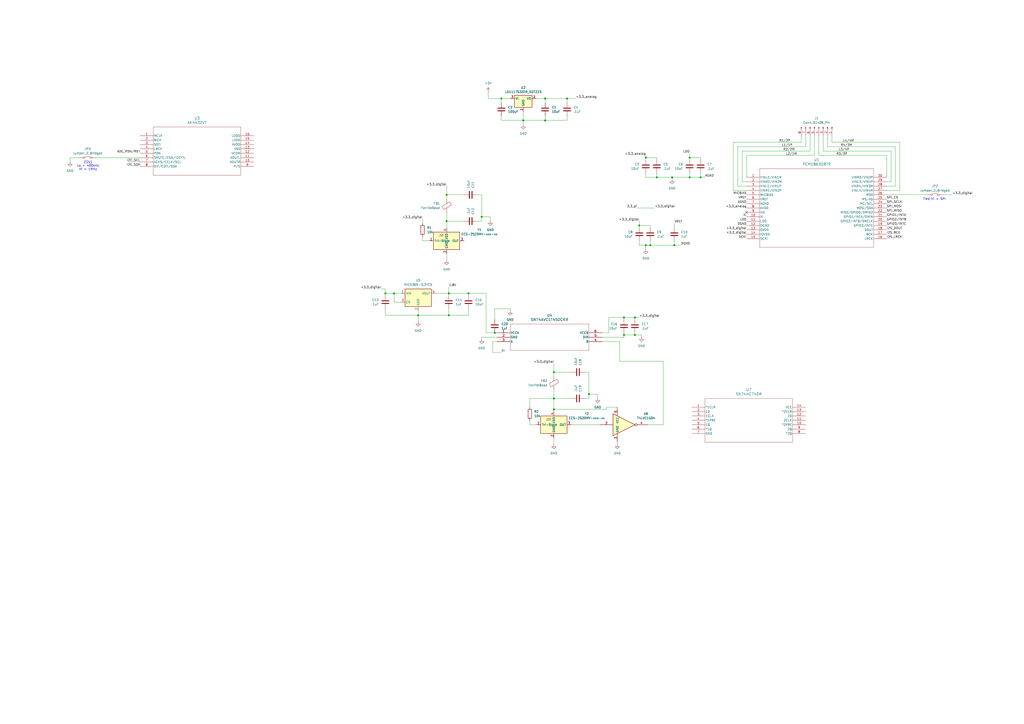
<source format=kicad_sch>
(kicad_sch (version 20250114) (generator "eeschema") (generator_version "9.0")
  (paper "A2")
  (lib_symbols
    (symbol "74xGxx:74LVC1G04"
      (property "Reference" "U" (at 0 7.62 0))
      (property "Value" "74LVC1G04" (at 5.08 -7.62 0))
      (symbol "74LVC1G04_0_1"
        (polyline (pts (xy -7.62 6.35) (xy -7.62 -6.35) (xy 5.08 0) (xy -7.62 6.35)) (stroke (width 0.254)) (fill (type background)))
      )
      (symbol "74LVC1G04_1_1"
        (pin input line (at -15.24 0 0) (length 7.62) (name "~") (number "2"))
        (pin power_in line (at -5.08 10.16 270) (length 5.08) (name "VCC") (number "5"))
        (pin power_in line (at -5.08 -10.16 90) (length 5.08) (name "GND") (number "3"))
        (pin output inverted (at 12.7 0 180) (length 7.62) (name "~") (number "4"))
      )
    )
    (symbol "AK4432:AK4432VT" (pin_names (offset 0.254))
      (property "Reference" "U" (at 33.02 10.16 0))
      (property "Value" "AK4432VT" (at 33.02 7.62 0))
      (symbol "AK4432VT_0_1"
        (polyline (pts (xy 7.62 5.08) (xy 7.62 -22.86)) (stroke (width 0.127)))
        (polyline (pts (xy 7.62 -22.86) (xy 58.42 -22.86)) (stroke (width 0.127)))
        (polyline (pts (xy 58.42 5.08) (xy 7.62 5.08)) (stroke (width 0.127)))
        (polyline (pts (xy 58.42 -22.86) (xy 58.42 5.08)) (stroke (width 0.127)))
        (pin input line (at 0 0 0) (length 7.62) (name "MCLK") (number "1"))
        (pin input line (at 0 -2.54 0) (length 7.62) (name "BICK") (number "2"))
        (pin input line (at 0 -5.08 0) (length 7.62) (name "SDTI") (number "3"))
        (pin input line (at 0 -7.62 0) (length 7.62) (name "LRCK") (number "4"))
        (pin input line (at 0 -10.16 0) (length 7.62) (name "PDN") (number "5"))
        (pin input line (at 0 -12.7 0) (length 7.62) (name "SMUTE/CSN/I2CFIL") (number "6"))
        (pin input line (at 0 -15.24 0) (length 7.62) (name "ACKS/CCLK/SCL") (number "7"))
        (pin bidirectional line (at 0 -17.78 0) (length 7.62) (name "DIF/CDTI/SDA") (number "8"))
        (pin output line (at 66.04 0 180) (length 7.62) (name "LDOO") (number "16"))
        (pin power_in line (at 66.04 -2.54 180) (length 7.62) (name "LVDD") (number "15"))
        (pin power_in line (at 66.04 -5.08 180) (length 7.62) (name "AVDD") (number "14"))
        (pin power_out line (at 66.04 -7.62 180) (length 7.62) (name "VSS") (number "13"))
        (pin output line (at 66.04 -10.16 180) (length 7.62) (name "VCOM") (number "12"))
        (pin unspecified line (at 66.04 -12.7 180) (length 7.62) (name "AOUTL") (number "11"))
        (pin unspecified line (at 66.04 -15.24 180) (length 7.62) (name "AOUTR") (number "10"))
        (pin input line (at 66.04 -17.78 180) (length 7.62) (name "P/S") (number "9"))
      )
    )
    (symbol "Connector:Conn_01x08_Pin" (pin_names (offset 1.016) (hide yes))
      (property "Reference" "J" (at 0 10.16 0))
      (property "Value" "Conn_01x08_Pin" (at 0 -12.7 0))
      (symbol "Conn_01x08_Pin_1_1"
        (rectangle (start 0.8636 7.747) (end 0 7.493) (stroke (width 0.1524)) (fill (type outline)))
        (rectangle (start 0.8636 5.207) (end 0 4.953) (stroke (width 0.1524)) (fill (type outline)))
        (rectangle (start 0.8636 2.667) (end 0 2.413) (stroke (width 0.1524)) (fill (type outline)))
        (rectangle (start 0.8636 0.127) (end 0 -0.127) (stroke (width 0.1524)) (fill (type outline)))
        (rectangle (start 0.8636 -2.413) (end 0 -2.667) (stroke (width 0.1524)) (fill (type outline)))
        (rectangle (start 0.8636 -4.953) (end 0 -5.207) (stroke (width 0.1524)) (fill (type outline)))
        (rectangle (start 0.8636 -7.493) (end 0 -7.747) (stroke (width 0.1524)) (fill (type outline)))
        (rectangle (start 0.8636 -10.033) (end 0 -10.287) (stroke (width 0.1524)) (fill (type outline)))
        (polyline (pts (xy 1.27 7.62) (xy 0.8636 7.62)) (stroke (width 0.1524)))
        (polyline (pts (xy 1.27 5.08) (xy 0.8636 5.08)) (stroke (width 0.1524)))
        (polyline (pts (xy 1.27 2.54) (xy 0.8636 2.54)) (stroke (width 0.1524)))
        (polyline (pts (xy 1.27 0) (xy 0.8636 0)) (stroke (width 0.1524)))
        (polyline (pts (xy 1.27 -2.54) (xy 0.8636 -2.54)) (stroke (width 0.1524)))
        (polyline (pts (xy 1.27 -5.08) (xy 0.8636 -5.08)) (stroke (width 0.1524)))
        (polyline (pts (xy 1.27 -7.62) (xy 0.8636 -7.62)) (stroke (width 0.1524)))
        (polyline (pts (xy 1.27 -10.16) (xy 0.8636 -10.16)) (stroke (width 0.1524)))
        (pin passive line (at 5.08 7.62 180) (length 3.81) (name "Pin_1") (number "1"))
        (pin passive line (at 5.08 5.08 180) (length 3.81) (name "Pin_2") (number "2"))
        (pin passive line (at 5.08 2.54 180) (length 3.81) (name "Pin_3") (number "3"))
        (pin passive line (at 5.08 0 180) (length 3.81) (name "Pin_4") (number "4"))
        (pin passive line (at 5.08 -2.54 180) (length 3.81) (name "Pin_5") (number "5"))
        (pin passive line (at 5.08 -5.08 180) (length 3.81) (name "Pin_6") (number "6"))
        (pin passive line (at 5.08 -7.62 180) (length 3.81) (name "Pin_7") (number "7"))
        (pin passive line (at 5.08 -10.16 180) (length 3.81) (name "Pin_8") (number "8"))
      )
    )
    (symbol "Device:C" (pin_numbers (hide yes)) (pin_names (offset 0.254))
      (property "Reference" "C" (at 0.635 2.54 0))
      (property "Value" "C" (at 0.635 -2.54 0))
      (symbol "C_0_1"
        (polyline (pts (xy -2.032 0.762) (xy 2.032 0.762)) (stroke (width 0.508)))
        (polyline (pts (xy -2.032 -0.762) (xy 2.032 -0.762)) (stroke (width 0.508)))
      )
      (symbol "C_1_1"
        (pin passive line (at 0 3.81 270) (length 2.794) (name "~") (number "1"))
        (pin passive line (at 0 -3.81 90) (length 2.794) (name "~") (number "2"))
      )
    )
    (symbol "Device:FerriteBead" (pin_numbers (hide yes)) (pin_names (offset 0))
      (property "Reference" "FB" (at -3.81 0.635 90))
      (property "Value" "FerriteBead" (at 3.81 0 90))
      (symbol "FerriteBead_0_1"
        (polyline (pts (xy -2.7686 0.4064) (xy -1.7018 2.2606) (xy 2.7686 -0.3048) (xy 1.6764 -2.159) (xy -2.7686 0.4064)))
        (polyline (pts (xy 0 1.27) (xy 0 1.2954)))
        (polyline (pts (xy 0 -1.27) (xy 0 -1.2192)))
      )
      (symbol "FerriteBead_1_1"
        (pin passive line (at 0 3.81 270) (length 2.54) (name "~") (number "1"))
        (pin passive line (at 0 -3.81 90) (length 2.54) (name "~") (number "2"))
      )
    )
    (symbol "Device:R" (pin_numbers (hide yes)) (pin_names (offset 0))
      (property "Reference" "R" (at 2.032 0 90))
      (property "Value" "R" (at 0 0 90))
      (symbol "R_0_1"
        (rectangle (start -1.016 -2.54) (end 1.016 2.54) (stroke (width 0.254)))
      )
      (symbol "R_1_1"
        (pin passive line (at 0 3.81 270) (length 1.27) (name "~") (number "1"))
        (pin passive line (at 0 -3.81 90) (length 1.27) (name "~") (number "2"))
      )
    )
    (symbol "Jumper:Jumper_2_Bridged" (pin_numbers (hide yes)) (pin_names (offset 0) (hide yes)) (exclude_from_sim yes)
      (property "Reference" "JP" (at 0 1.905 0))
      (property "Value" "Jumper_2_Bridged" (at 0 -2.54 0))
      (symbol "Jumper_2_Bridged_0_0"
        (circle (center -2.032 0) (radius 0.508))
        (circle (center 2.032 0) (radius 0.508))
      )
      (symbol "Jumper_2_Bridged_0_1"
        (arc (start -1.524 0.254) (mid 0 0.762) (end 1.524 0.254))
      )
      (symbol "Jumper_2_Bridged_1_1"
        (pin passive line (at -5.08 0 0) (length 2.54) (name "A") (number "1"))
        (pin passive line (at 5.08 0 180) (length 2.54) (name "B") (number "2"))
      )
    )
    (symbol "Oscillator:ECS-2520MV-xxx-xx"
      (property "Reference" "Y" (at -5.08 6.35 0))
      (property "Value" "ECS-2520MV-xxx-xx" (at 1.27 -6.35 0))
      (symbol "ECS-2520MV-xxx-xx_0_1"
        (rectangle (start -7.62 5.08) (end 7.62 -5.08) (stroke (width 0.254)) (fill (type background)))
        (polyline (pts (xy -4.445 2.54) (xy -3.81 2.54) (xy -3.81 3.81) (xy -3.175 3.81) (xy -3.175 2.54) (xy -2.54 2.54) (xy -2.54 3.81) (xy -1.905 3.81) (xy -1.905 2.54)))
      )
      (symbol "ECS-2520MV-xxx-xx_1_1"
        (pin input line (at -10.16 0 0) (length 2.54) (name "Tri-State") (number "1"))
        (pin power_in line (at 0 7.62 270) (length 2.54) (name "VDD") (number "4"))
        (pin power_in line (at 0 -7.62 90) (length 2.54) (name "GND") (number "2"))
        (pin output line (at 10.16 0 180) (length 2.54) (name "OUT") (number "3"))
      )
    )
    (symbol "PCM1863:PCM1863DBTR" (pin_names (offset 0.254))
      (property "Reference" "U" (at 40.64 10.16 0))
      (property "Value" "PCM1863DBTR" (at 40.64 7.62 0))
      (symbol "PCM1863DBTR_0_1"
        (polyline (pts (xy 7.62 5.08) (xy 7.62 -40.64)) (stroke (width 0.127)))
        (polyline (pts (xy 7.62 -40.64) (xy 73.66 -40.64)) (stroke (width 0.127)))
        (polyline (pts (xy 73.66 5.08) (xy 7.62 5.08)) (stroke (width 0.127)))
        (polyline (pts (xy 73.66 -40.64) (xy 73.66 5.08)) (stroke (width 0.127)))
        (pin input line (at 0 0 0) (length 7.62) (name "VINL2/VIN1M") (number "1"))
        (pin input line (at 0 -2.54 0) (length 7.62) (name "VINR2/VIN2M") (number "2"))
        (pin input line (at 0 -5.08 0) (length 7.62) (name "VINL1/VIN1P") (number "3"))
        (pin input line (at 0 -7.62 0) (length 7.62) (name "VINR1/VIN2P") (number "4"))
        (pin unspecified line (at 0 -10.16 0) (length 7.62) (name "MICBIAS") (number "5"))
        (pin power_in line (at 0 -12.7 0) (length 7.62) (name "VREF") (number "6"))
        (pin power_in line (at 0 -15.24 0) (length 7.62) (name "AGND") (number "7"))
        (pin power_in line (at 0 -17.78 0) (length 7.62) (name "AVDD") (number "8"))
        (pin output line (at 0 -20.32 0) (length 7.62) (name "XO") (number "9"))
        (pin input line (at 0 -22.86 0) (length 7.62) (name "XI") (number "10"))
        (pin output line (at 0 -25.4 0) (length 7.62) (name "LDO") (number "11"))
        (pin power_in line (at 0 -27.94 0) (length 7.62) (name "DGND") (number "12"))
        (pin power_in line (at 0 -30.48 0) (length 7.62) (name "DVDD") (number "13"))
        (pin power_in line (at 0 -33.02 0) (length 7.62) (name "IOVDD") (number "14"))
        (pin input line (at 0 -35.56 0) (length 7.62) (name "SCKI") (number "15"))
        (pin input line (at 81.28 0 180) (length 7.62) (name "VINR3/VIN3P") (number "30"))
        (pin input line (at 81.28 -2.54 180) (length 7.62) (name "VINL3/VIN4P") (number "29"))
        (pin input line (at 81.28 -5.08 180) (length 7.62) (name "VINR4/VIN3M") (number "28"))
        (pin input line (at 81.28 -7.62 180) (length 7.62) (name "VINL4/VIN4M") (number "27"))
        (pin input line (at 81.28 -10.16 180) (length 7.62) (name "MD0") (number "26"))
        (pin input line (at 81.28 -12.7 180) (length 7.62) (name "MS/AD") (number "25"))
        (pin input line (at 81.28 -15.24 180) (length 7.62) (name "MC/SCL") (number "24"))
        (pin bidirectional line (at 81.28 -17.78 180) (length 7.62) (name "MOSI/SDA") (number "23"))
        (pin bidirectional line (at 81.28 -20.32 180) (length 7.62) (name "MISO/GPIO0/DMIN2") (number "22"))
        (pin bidirectional line (at 81.28 -22.86 180) (length 7.62) (name "GPIO1/INTA/DMIN") (number "21"))
        (pin bidirectional line (at 81.28 -25.4 180) (length 7.62) (name "GPIO2/INTB/DMCLK") (number "20"))
        (pin bidirectional line (at 81.28 -27.94 180) (length 7.62) (name "GPIO3/INTC") (number "19"))
        (pin output line (at 81.28 -30.48 180) (length 7.62) (name "DOUT") (number "18"))
        (pin bidirectional line (at 81.28 -33.02 180) (length 7.62) (name "BCK") (number "17"))
        (pin bidirectional line (at 81.28 -35.56 180) (length 7.62) (name "LRCK") (number "16"))
      )
    )
    (symbol "Regulator_Linear:LD1117S33TR_SOT223"
      (property "Reference" "U" (at -3.81 3.175 0))
      (property "Value" "LD1117S33TR_SOT223" (at 0 3.175 0))
      (symbol "LD1117S33TR_SOT223_0_1"
        (rectangle (start -5.08 -5.08) (end 5.08 1.905) (stroke (width 0.254)) (fill (type background)))
      )
      (symbol "LD1117S33TR_SOT223_1_1"
        (pin power_in line (at -7.62 0 0) (length 2.54) (name "VI") (number "3"))
        (pin power_in line (at 0 -7.62 90) (length 2.54) (name "GND") (number "1"))
        (pin power_out line (at 7.62 0 180) (length 2.54) (name "VO") (number "2"))
      )
    )
    (symbol "Regulator_Linear:MIC5365-3.3YC5"
      (property "Reference" "U" (at -6.35 6.35 0))
      (property "Value" "MIC5365-3.3YC5" (at 0 6.35 0))
      (symbol "MIC5365-3.3YC5_0_1"
        (rectangle (start -7.62 -5.08) (end 7.62 5.08) (stroke (width 0.254)) (fill (type background)))
      )
      (symbol "MIC5365-3.3YC5_1_1"
        (pin power_in line (at -10.16 2.54 0) (length 2.54) (name "VIN") (number "1"))
        (pin input line (at -10.16 -2.54 0) (length 2.54) (name "EN") (number "3"))
        (pin power_in line (at 0 -7.62 90) (length 2.54) (name "GND") (number "2"))
        (pin no_connect line (at 7.62 -2.54 180) (length 2.54) (hide yes) (name "NC") (number "4"))
        (pin power_out line (at 10.16 2.54 180) (length 2.54) (name "VOUT") (number "5"))
      )
    )
    (symbol "SN74AVC1T45:SN74AVC1T45DCKR" (pin_names (offset 0.254))
      (property "Reference" "U" (at 30.48 10.16 0))
      (property "Value" "SN74AVC1T45DCKR" (at 30.48 7.62 0))
      (symbol "SN74AVC1T45DCKR_0_1"
        (polyline (pts (xy 7.62 5.08) (xy 7.62 -10.16)) (stroke (width 0.127)))
        (polyline (pts (xy 7.62 -10.16) (xy 53.34 -10.16)) (stroke (width 0.127)))
        (polyline (pts (xy 53.34 5.08) (xy 7.62 5.08)) (stroke (width 0.127)))
        (polyline (pts (xy 53.34 -10.16) (xy 53.34 5.08)) (stroke (width 0.127)))
        (pin power_in line (at 0 0 0) (length 7.62) (name "VCCA") (number "1"))
        (pin power_in line (at 0 -2.54 0) (length 7.62) (name "GND") (number "2"))
        (pin input line (at 0 -5.08 0) (length 7.62) (name "A") (number "3"))
        (pin power_in line (at 60.96 0 180) (length 7.62) (name "VCCB") (number "6"))
        (pin input line (at 60.96 -2.54 180) (length 7.62) (name "DIR") (number "5"))
        (pin input line (at 60.96 -5.08 180) (length 7.62) (name "B") (number "4"))
      )
    )
    (symbol "SN74HC74DR_flip-flop:SN74HC74DR" (pin_names (offset 0.254))
      (property "Reference" "U" (at 33.02 10.16 0))
      (property "Value" "SN74HC74DR" (at 33.02 7.62 0))
      (symbol "SN74HC74DR_0_1"
        (polyline (pts (xy 7.62 5.08) (xy 7.62 -20.32)) (stroke (width 0.127)))
        (polyline (pts (xy 7.62 -20.32) (xy 58.42 -20.32)) (stroke (width 0.127)))
        (polyline (pts (xy 58.42 5.08) (xy 7.62 5.08)) (stroke (width 0.127)))
        (polyline (pts (xy 58.42 -20.32) (xy 58.42 5.08)) (stroke (width 0.127)))
        (pin input line (at 0 0 0) (length 7.62) (name "*1CLR") (number "1"))
        (pin input line (at 0 -2.54 0) (length 7.62) (name "1D") (number "2"))
        (pin input line (at 0 -5.08 0) (length 7.62) (name "1CLK") (number "3"))
        (pin input line (at 0 -7.62 0) (length 7.62) (name "*1PRE") (number "4"))
        (pin output line (at 0 -10.16 0) (length 7.62) (name "1Q") (number "5"))
        (pin output line (at 0 -12.7 0) (length 7.62) (name "*1Q") (number "6"))
        (pin power_in line (at 0 -15.24 0) (length 7.62) (name "GND") (number "7"))
        (pin power_in line (at 66.04 0 180) (length 7.62) (name "VCC") (number "14"))
        (pin input line (at 66.04 -2.54 180) (length 7.62) (name "*2CLR") (number "13"))
        (pin input line (at 66.04 -5.08 180) (length 7.62) (name "2D") (number "12"))
        (pin input line (at 66.04 -7.62 180) (length 7.62) (name "2CLK") (number "11"))
        (pin input line (at 66.04 -10.16 180) (length 7.62) (name "*2PRE") (number "10"))
        (pin output line (at 66.04 -12.7 180) (length 7.62) (name "2Q") (number "9"))
        (pin output line (at 66.04 -15.24 180) (length 7.62) (name "*2Q") (number "8"))
      )
    )
    (symbol "power:+5V" (power) (pin_numbers (hide yes)) (pin_names (offset 0) (hide yes))
      (property "Value" "+5V" (at 0 3.556 0))
      (symbol "+5V_0_1"
        (polyline (pts (xy -0.762 1.27) (xy 0 2.54)))
        (polyline (pts (xy 0 2.54) (xy 0.762 1.27)))
        (polyline (pts (xy 0 0) (xy 0 2.54)))
      )
      (symbol "+5V_1_1"
        (pin power_in line (at 0 0 90) (length 0) (name "~") (number "1"))
      )
    )
    (symbol "power:GND" (power) (pin_numbers (hide yes)) (pin_names (offset 0) (hide yes))
      (property "Value" "GND" (at 0 -3.81 0))
      (symbol "GND_0_1"
        (polyline (pts (xy 0 0) (xy 0 -1.27) (xy 1.27 -1.27) (xy 0 -2.54) (xy -1.27 -1.27) (xy 0 -1.27)))
      )
      (symbol "GND_1_1"
        (pin power_in line (at 0 0 270) (length 0) (name "~") (number "1"))
      )
    )
  )
  (text "(i2c)\nLo = 400kHz\nHi = 1MHz" (at 51.054 96.266 0) (effects (font (size 1.27 1.27))))
  (text "Tied hi = SPI" (at 542.036 115.57 0) (effects (font (size 1.27 1.27))))
  (junction (at 271.78 170.18))
  (junction (at 260.35 170.18))
  (junction (at 361.95 184.15))
  (junction (at 391.16 142.24))
  (junction (at 321.31 237.49))
  (junction (at 279.4 125.73))
  (junction (at 223.52 170.18))
  (junction (at 287.02 193.04))
  (junction (at 368.3 194.31))
  (junction (at 374.65 142.24))
  (junction (at 228.6 170.18))
  (junction (at 381 102.87))
  (junction (at 374.65 91.44))
  (junction (at 341.63 228.6))
  (junction (at 316.23 69.85))
  (junction (at 406.4 102.87))
  (junction (at 321.31 215.9))
  (junction (at 400.05 91.44))
  (junction (at 259.08 113.03))
  (junction (at 259.08 128.27))
  (junction (at 389.89 102.87))
  (junction (at 368.3 184.15))
  (junction (at 377.19 142.24))
  (junction (at 260.35 182.88))
  (junction (at 328.93 57.15))
  (junction (at 321.31 231.14))
  (junction (at 242.57 182.88))
  (junction (at 361.95 194.31))
  (junction (at 316.23 57.15))
  (junction (at 303.53 69.85))
  (junction (at 370.84 130.81))
  (junction (at 290.83 57.15))
  (junction (at 400.05 102.87))
  (no_connect (at 433.07 123.19))
  (wire (pts (xy 228.6 170.18) (xy 232.41 170.18)))
  (wire (pts (xy 260.35 166.37) (xy 260.35 170.18)))
  (wire (pts (xy 400.05 100.33) (xy 400.05 102.87)))
  (wire (pts (xy 351.79 237.49) (xy 321.31 237.49)))
  (wire (pts (xy 368.3 194.31) (xy 368.3 193.04)))
  (wire (pts (xy 369.57 120.65) (xy 379.73 120.65)))
  (wire (pts (xy 406.4 102.87) (xy 408.94 102.87)))
  (wire (pts (xy 316.23 57.15) (xy 328.93 57.15)))
  (wire (pts (xy 361.95 194.31) (xy 361.95 193.04)))
  (wire (pts (xy 467.36 78.74) (xy 467.36 85.09)))
  (wire (pts (xy 321.31 231.14) (xy 331.47 231.14)))
  (wire (pts (xy 287.02 179.07) (xy 295.91 179.07)))
  (wire (pts (xy 384.81 246.38) (xy 384.81 209.55)))
  (wire (pts (xy 400.05 91.44) (xy 406.4 91.44)))
  (wire (pts (xy 381 100.33) (xy 381 102.87)))
  (wire (pts (xy 370.84 184.15) (xy 368.3 184.15)))
  (wire (pts (xy 321.31 215.9) (xy 321.31 218.44)))
  (wire (pts (xy 370.84 142.24) (xy 374.65 142.24)))
  (wire (pts (xy 514.35 107.95) (xy 519.43 107.95)))
  (wire (pts (xy 374.65 102.87) (xy 381 102.87)))
  (wire (pts (xy 245.11 137.16) (xy 245.11 139.7)))
  (wire (pts (xy 361.95 194.31) (xy 368.3 194.31)))
  (wire (pts (xy 341.63 228.6) (xy 346.71 228.6)))
  (wire (pts (xy 370.84 130.81) (xy 377.19 130.81)))
  (wire (pts (xy 284.48 125.73) (xy 284.48 128.27)))
  (wire (pts (xy 361.95 184.15) (xy 353.06 184.15)))
  (wire (pts (xy 283.21 53.34) (xy 283.21 57.15)))
  (wire (pts (xy 245.11 127) (xy 245.11 129.54)))
  (wire (pts (xy 341.63 231.14) (xy 339.09 231.14)))
  (wire (pts (xy 374.65 100.33) (xy 374.65 102.87)))
  (wire (pts (xy 347.98 246.38) (xy 331.47 246.38)))
  (wire (pts (xy 391.16 142.24) (xy 394.97 142.24)))
  (wire (pts (xy 321.31 231.14) (xy 321.31 237.49)))
  (wire (pts (xy 372.11 195.58) (xy 372.11 194.31)))
  (wire (pts (xy 341.63 215.9) (xy 341.63 228.6)))
  (wire (pts (xy 472.44 90.17) (xy 472.44 78.74)))
  (wire (pts (xy 374.65 90.17) (xy 374.65 91.44)))
  (wire (pts (xy 260.35 182.88) (xy 271.78 182.88)))
  (wire (pts (xy 281.94 193.04) (xy 287.02 193.04)))
  (wire (pts (xy 372.11 194.31) (xy 368.3 194.31)))
  (wire (pts (xy 321.31 215.9) (xy 331.47 215.9)))
  (wire (pts (xy 374.65 142.24) (xy 374.65 144.78)))
  (wire (pts (xy 361.95 195.58) (xy 361.95 194.31)))
  (wire (pts (xy 433.07 102.87) (xy 433.07 90.17)))
  (wire (pts (xy 349.25 195.58) (xy 361.95 195.58)))
  (wire (pts (xy 259.08 113.03) (xy 259.08 115.57)))
  (wire (pts (xy 259.08 123.19) (xy 259.08 128.27)))
  (wire (pts (xy 223.52 170.18) (xy 228.6 170.18)))
  (wire (pts (xy 433.07 105.41) (xy 430.53 105.41)))
  (wire (pts (xy 271.78 170.18) (xy 281.94 170.18)))
  (wire (pts (xy 283.21 57.15) (xy 290.83 57.15)))
  (wire (pts (xy 328.93 69.85) (xy 316.23 69.85)))
  (wire (pts (xy 279.4 113.03) (xy 279.4 125.73)))
  (wire (pts (xy 242.57 182.88) (xy 260.35 182.88)))
  (wire (pts (xy 406.4 91.44) (xy 406.4 92.71)))
  (wire (pts (xy 260.35 179.07) (xy 260.35 182.88)))
  (wire (pts (xy 341.63 228.6) (xy 341.63 231.14)))
  (wire (pts (xy 361.95 184.15) (xy 361.95 185.42)))
  (wire (pts (xy 349.25 198.12) (xy 359.41 198.12)))
  (wire (pts (xy 482.6 82.55) (xy 521.97 82.55)))
  (wire (pts (xy 482.6 78.74) (xy 482.6 82.55)))
  (wire (pts (xy 480.06 85.09) (xy 480.06 78.74)))
  (wire (pts (xy 375.92 246.38) (xy 384.81 246.38)))
  (wire (pts (xy 290.83 69.85) (xy 303.53 69.85)))
  (wire (pts (xy 307.34 243.84) (xy 307.34 246.38)))
  (wire (pts (xy 433.07 110.49) (xy 425.45 110.49)))
  (wire (pts (xy 232.41 175.26) (xy 228.6 175.26)))
  (wire (pts (xy 381 102.87) (xy 389.89 102.87)))
  (wire (pts (xy 287.02 193.04) (xy 288.29 193.04)))
  (wire (pts (xy 374.65 91.44) (xy 374.65 92.71)))
  (wire (pts (xy 400.05 88.9) (xy 400.05 91.44)))
  (wire (pts (xy 285.75 204.47) (xy 285.75 198.12)))
  (wire (pts (xy 316.23 67.31) (xy 316.23 69.85)))
  (wire (pts (xy 469.9 78.74) (xy 469.9 87.63)))
  (wire (pts (xy 223.52 182.88) (xy 223.52 179.07)))
  (wire (pts (xy 474.98 90.17) (xy 474.98 78.74)))
  (wire (pts (xy 288.29 195.58) (xy 279.4 195.58)))
  (wire (pts (xy 427.99 85.09) (xy 467.36 85.09)))
  (wire (pts (xy 285.75 198.12) (xy 288.29 198.12)))
  (wire (pts (xy 425.45 82.55) (xy 464.82 82.55)))
  (wire (pts (xy 260.35 170.18) (xy 271.78 170.18)))
  (wire (pts (xy 400.05 91.44) (xy 400.05 92.71)))
  (wire (pts (xy 279.4 195.58) (xy 279.4 196.85)))
  (wire (pts (xy 287.02 179.07) (xy 287.02 185.42)))
  (wire (pts (xy 430.53 87.63) (xy 469.9 87.63)))
  (wire (pts (xy 353.06 193.04) (xy 349.25 193.04)))
  (wire (pts (xy 321.31 226.06) (xy 321.31 231.14)))
  (wire (pts (xy 339.09 215.9) (xy 341.63 215.9)))
  (wire (pts (xy 389.89 102.87) (xy 389.89 104.14)))
  (wire (pts (xy 353.06 184.15) (xy 353.06 193.04)))
  (wire (pts (xy 351.79 236.22) (xy 351.79 237.49)))
  (wire (pts (xy 547.37 113.03) (xy 552.45 113.03)))
  (wire (pts (xy 381 91.44) (xy 381 92.71)))
  (wire (pts (xy 391.16 139.7) (xy 391.16 142.24)))
  (wire (pts (xy 245.11 139.7) (xy 248.92 139.7)))
  (wire (pts (xy 307.34 231.14) (xy 307.34 236.22)))
  (wire (pts (xy 328.93 57.15) (xy 334.01 57.15)))
  (wire (pts (xy 316.23 57.15) (xy 316.23 59.69)))
  (wire (pts (xy 316.23 69.85) (xy 303.53 69.85)))
  (wire (pts (xy 358.14 256.54) (xy 358.14 257.81)))
  (wire (pts (xy 259.08 128.27) (xy 269.24 128.27)))
  (wire (pts (xy 477.52 78.74) (xy 477.52 87.63)))
  (wire (pts (xy 279.4 125.73) (xy 279.4 128.27)))
  (wire (pts (xy 281.94 170.18) (xy 281.94 193.04)))
  (wire (pts (xy 279.4 128.27) (xy 276.86 128.27)))
  (wire (pts (xy 295.91 179.07) (xy 295.91 180.34)))
  (wire (pts (xy 374.65 91.44) (xy 381 91.44)))
  (wire (pts (xy 307.34 231.14) (xy 321.31 231.14)))
  (wire (pts (xy 303.53 64.77) (xy 303.53 69.85)))
  (wire (pts (xy 260.35 170.18) (xy 260.35 171.45)))
  (wire (pts (xy 328.93 57.15) (xy 328.93 59.69)))
  (wire (pts (xy 370.84 128.27) (xy 370.84 130.81)))
  (wire (pts (xy 279.4 125.73) (xy 284.48 125.73)))
  (wire (pts (xy 359.41 209.55) (xy 384.81 209.55)))
  (wire (pts (xy 321.31 254) (xy 321.31 257.81)))
  (wire (pts (xy 368.3 184.15) (xy 368.3 185.42)))
  (wire (pts (xy 242.57 180.34) (xy 242.57 182.88)))
  (wire (pts (xy 519.43 107.95) (xy 519.43 85.09)))
  (wire (pts (xy 271.78 170.18) (xy 271.78 171.45)))
  (wire (pts (xy 359.41 209.55) (xy 359.41 198.12)))
  (wire (pts (xy 389.89 102.87) (xy 400.05 102.87)))
  (wire (pts (xy 427.99 107.95) (xy 427.99 85.09)))
  (wire (pts (xy 521.97 82.55) (xy 521.97 110.49)))
  (wire (pts (xy 223.52 171.45) (xy 223.52 170.18)))
  (wire (pts (xy 514.35 102.87) (xy 514.35 90.17)))
  (wire (pts (xy 391.16 129.54) (xy 391.16 132.08)))
  (wire (pts (xy 220.98 167.64) (xy 223.52 167.64)))
  (wire (pts (xy 271.78 179.07) (xy 271.78 182.88)))
  (wire (pts (xy 406.4 102.87) (xy 406.4 100.33)))
  (wire (pts (xy 370.84 130.81) (xy 370.84 132.08)))
  (wire (pts (xy 252.73 170.18) (xy 260.35 170.18)))
  (wire (pts (xy 259.08 147.32) (xy 259.08 151.13)))
  (wire (pts (xy 425.45 110.49) (xy 425.45 82.55)))
  (wire (pts (xy 259.08 128.27) (xy 259.08 132.08)))
  (wire (pts (xy 514.35 113.03) (xy 537.21 113.03)))
  (wire (pts (xy 377.19 142.24) (xy 377.19 139.7)))
  (wire (pts (xy 374.65 142.24) (xy 377.19 142.24)))
  (wire (pts (xy 276.86 113.03) (xy 279.4 113.03)))
  (wire (pts (xy 290.83 69.85) (xy 290.83 67.31)))
  (wire (pts (xy 242.57 182.88) (xy 242.57 186.69)))
  (wire (pts (xy 433.07 90.17) (xy 472.44 90.17)))
  (wire (pts (xy 328.93 67.31) (xy 328.93 69.85)))
  (wire (pts (xy 377.19 130.81) (xy 377.19 132.08)))
  (wire (pts (xy 321.31 210.82) (xy 321.31 215.9)))
  (wire (pts (xy 377.19 142.24) (xy 391.16 142.24)))
  (wire (pts (xy 368.3 184.15) (xy 361.95 184.15)))
  (wire (pts (xy 242.57 182.88) (xy 223.52 182.88)))
  (wire (pts (xy 45.72 91.44) (xy 40.64 91.44)))
  (wire (pts (xy 259.08 113.03) (xy 269.24 113.03)))
  (wire (pts (xy 430.53 105.41) (xy 430.53 87.63)))
  (wire (pts (xy 290.83 204.47) (xy 285.75 204.47)))
  (wire (pts (xy 358.14 236.22) (xy 351.79 236.22)))
  (wire (pts (xy 259.08 107.95) (xy 259.08 113.03)))
  (wire (pts (xy 228.6 175.26) (xy 228.6 170.18)))
  (wire (pts (xy 290.83 57.15) (xy 295.91 57.15)))
  (wire (pts (xy 521.97 110.49) (xy 514.35 110.49)))
  (wire (pts (xy 55.88 91.44) (xy 81.28 91.44)))
  (wire (pts (xy 307.34 246.38) (xy 311.15 246.38)))
  (wire (pts (xy 477.52 87.63) (xy 516.89 87.63)))
  (wire (pts (xy 223.52 167.64) (xy 223.52 170.18)))
  (wire (pts (xy 474.98 90.17) (xy 514.35 90.17)))
  (wire (pts (xy 311.15 57.15) (xy 316.23 57.15)))
  (wire (pts (xy 516.89 87.63) (xy 516.89 105.41)))
  (wire (pts (xy 40.64 91.44) (xy 40.64 93.98)))
  (wire (pts (xy 346.71 228.6) (xy 346.71 231.14)))
  (wire (pts (xy 370.84 139.7) (xy 370.84 142.24)))
  (wire (pts (xy 303.53 69.85) (xy 303.53 72.39)))
  (wire (pts (xy 400.05 102.87) (xy 406.4 102.87)))
  (wire (pts (xy 480.06 85.09) (xy 519.43 85.09)))
  (wire (pts (xy 290.83 59.69) (xy 290.83 57.15)))
  (wire (pts (xy 321.31 237.49) (xy 321.31 238.76)))
  (wire (pts (xy 516.89 105.41) (xy 514.35 105.41)))
  (wire (pts (xy 433.07 107.95) (xy 427.99 107.95)))
  (wire (pts (xy 464.82 82.55) (xy 464.82 78.74)))
  (label "SPI_MOSI" (at 514.35 120.65 0))
  (label "+3.3_digital" (at 552.45 113.03 0))
  (label "SCKI" (at 433.07 138.43 180))
  (label "XI" (at 433.07 125.73 180))
  (label "AGND" (at 433.07 118.11 180))
  (label "+3.3_digital" (at 245.11 127 180))
  (label "+3.3_analog" (at 374.65 90.17 180))
  (label "I2S_BCK" (at 514.35 135.89 0))
  (label "R1{slash}2P" (at 458.47 82.55 180))
  (label "LDO" (at 400.05 88.9 180))
  (label "L4{slash}4M" (at 488.95 82.55 0))
  (label "L1{slash}1P" (at 459.74 85.09 180))
  (label "SPI_SCLK" (at 514.35 118.11 0))
  (label "VREF" (at 433.07 115.57 180))
  (label "+3.3_analog" (at 334.01 57.15 0))
  (label "L3{slash}4P" (at 486.41 87.63 0))
  (label "ADC_PDN{slash}RST" (at 81.28 88.9 180))
  (label "+3.3_digital" (at 433.07 133.35 180))
  (label "R4{slash}3M" (at 487.68 85.09 0))
  (label "GPIO1{slash}INTA" (at 514.35 125.73 0))
  (label "DGND" (at 433.07 130.81 180))
  (label "I2S_LRCK" (at 514.35 138.43 0))
  (label "1.8V" (at 260.35 166.37 0))
  (label "MICBIAS" (at 433.07 113.03 180))
  (label "SPI_CS" (at 514.35 115.57 0))
  (label "I2S_DOUT" (at 514.35 133.35 0))
  (label "LDO" (at 433.07 128.27 180))
  (label "+3.3_digital" (at 379.73 120.65 0))
  (label "I2C_SDA" (at 81.28 96.52 180))
  (label "I2C_SCL" (at 81.28 93.98 180))
  (label "+3.3_digital" (at 370.84 184.15 0))
  (label "SPI_MISO" (at 514.35 123.19 0))
  (label "XI" (at 290.83 204.47 0))
  (label "+3.3_digital" (at 321.31 210.82 180))
  (label "+3.3_analog" (at 433.07 120.65 180))
  (label "R2{slash}2M" (at 461.01 87.63 180))
  (label "+3.3_digital" (at 370.84 128.27 180))
  (label "+3.3_digital" (at 220.98 167.64 180))
  (label "+3.3_digital" (at 259.08 107.95 180))
  (label "DGND" (at 394.97 142.24 0))
  (label "GPIO3{slash}INTC" (at 514.35 130.81 0))
  (label "L2{slash}1M" (at 462.28 90.17 180))
  (label "3.3_pi" (at 369.57 120.65 180))
  (label "GPIO2{slash}INTB" (at 514.35 128.27 0))
  (label "+3.3_digital" (at 433.07 135.89 180))
  (label "AGND" (at 408.94 102.87 0))
  (label "R3{slash}3P" (at 485.14 90.17 0))
  (label "VREF" (at 391.16 129.54 0))
  (symbol (lib_id "power:GND") (at 303.53 72.39 0) (unit 1)
    (property "Reference" "#PWR01" (effects (hide yes)))
    (property "Value" "GND" (at 303.53 77.47 0))
    (property "Description" "Power symbol creates a global label with name \"GND\" , ground" (effects (hide yes)))
  )
  (symbol (lib_id "Oscillator:ECS-2520MV-xxx-xx") (at 259.08 139.7 0) (unit 1)
    (property "Reference" "Y1" (at 278.13 133.2798 0))
    (property "Value" "ECS-2520MV-xxx-xx" (at 278.13 135.8198 0))
    (property "Footprint" "Oscillator:Oscillator_SMD_EuroQuartz_XO32-4Pin_3.2x2.5mm_HandSoldering" (effects (hide yes)))
    (property "Datasheet" "https://www.ecsxtal.com/store/pdf/ECS-2520MV.pdf" (effects (hide yes)))
    (property "Description" "HCMOS Crystal Clock Oscillator, 2.5x2.0 mm SMD" (effects (hide yes)))
  )
  (symbol (lib_id "Device:C") (at 316.23 63.5 0) (unit 1)
    (property "Reference" "C1" (at 320.04 62.2299 0) (effects (justify left)))
    (property "Value" "10uF" (at 320.04 64.7699 0) (effects (justify left)))
    (property "Footprint" "Capacitor_SMD:C_0805_2012Metric_Pad1.18x1.45mm_HandSolder" (effects (hide yes)))
    (property "Description" "Unpolarized capacitor" (effects (hide yes)))
  )
  (symbol (lib_id "Device:FerriteBead") (at 259.08 119.38 0) (mirror y) (unit 1)
    (property "Reference" "FB1" (at 255.27 118.0591 0) (effects (justify left)))
    (property "Value" "FerriteBead" (at 255.27 120.5991 0) (effects (justify left)))
    (property "Footprint" "Resistor_SMD:R_0402_1005Metric_Pad0.72x0.64mm_HandSolder" (effects (hide yes)))
    (property "Description" "Ferrite bead" (effects (hide yes)))
  )
  (symbol (lib_id "Device:C") (at 361.95 189.23 0) (mirror y) (unit 1)
    (property "Reference" "C16" (at 358.14 187.9599 0) (effects (justify left)))
    (property "Value" "10uF" (at 358.14 190.4999 0) (effects (justify left)))
    (property "Footprint" "Capacitor_SMD:C_0805_2012Metric_Pad1.18x1.45mm_HandSolder" (effects (hide yes)))
    (property "Description" "Unpolarized capacitor" (effects (hide yes)))
  )
  (symbol (lib_id "Device:C") (at 273.05 128.27 270) (mirror x) (unit 1)
    (property "Reference" "C12" (at 274.3201 124.46 0) (effects (justify left)))
    (property "Value" ".1uF" (at 271.7801 124.46 0) (effects (justify left)))
    (property "Footprint" "Capacitor_SMD:C_0805_2012Metric_Pad1.18x1.45mm_HandSolder" (effects (hide yes)))
    (property "Description" "Unpolarized capacitor" (effects (hide yes)))
  )
  (symbol (lib_id "Device:C") (at 406.4 96.52 0) (unit 1)
    (property "Reference" "C7" (at 410.21 95.2499 0) (effects (justify left)))
    (property "Value" ".1uF" (at 410.21 97.7899 0) (effects (justify left)))
    (property "Footprint" "Capacitor_SMD:C_0805_2012Metric_Pad1.18x1.45mm_HandSolder" (effects (hide yes)))
    (property "Description" "Unpolarized capacitor" (effects (hide yes)))
  )
  (symbol (lib_id "Device:C") (at 273.05 113.03 270) (mirror x) (unit 1)
    (property "Reference" "C11" (at 274.3201 109.22 0) (effects (justify left)))
    (property "Value" "10uF" (at 271.7801 109.22 0) (effects (justify left)))
    (property "Footprint" "Capacitor_SMD:C_0805_2012Metric_Pad1.18x1.45mm_HandSolder" (effects (hide yes)))
    (property "Description" "Unpolarized capacitor" (effects (hide yes)))
  )
  (symbol (lib_id "power:GND") (at 242.57 186.69 0) (unit 1)
    (property "Reference" "#PWR08" (effects (hide yes)))
    (property "Value" "GND" (at 242.57 191.77 0))
    (property "Description" "Power symbol creates a global label with name \"GND\" , ground" (effects (hide yes)))
  )
  (symbol (lib_id "power:GND") (at 279.4 196.85 0) (unit 1)
    (property "Reference" "#PWR09" (effects (hide yes)))
    (property "Value" "GND" (at 279.4 201.93 0))
    (property "Description" "Power symbol creates a global label with name \"GND\" , ground" (effects (hide yes)))
  )
  (symbol (lib_id "PCM1863:PCM1863DBTR") (at 433.07 102.87 0) (unit 1)
    (property "Reference" "U1" (at 473.71 92.71 0) (effects (font (size 1.524 1.524))))
    (property "Value" "PCM1863DBTR" (at 473.71 95.25 0) (effects (font (size 1.524 1.524))))
    (property "Footprint" "footprints:DBT30_TEX" (effects (hide yes)))
    (property "Datasheet" "PCM1863DBTR" (effects (hide yes)))
  )
  (symbol (lib_id "Device:C") (at 328.93 63.5 0) (unit 1)
    (property "Reference" "C4" (at 332.74 62.2299 0) (effects (justify left)))
    (property "Value" ".1uF" (at 332.74 64.7699 0) (effects (justify left)))
    (property "Footprint" "Capacitor_SMD:C_0805_2012Metric_Pad1.18x1.45mm_HandSolder" (effects (hide yes)))
    (property "Description" "Unpolarized capacitor" (effects (hide yes)))
  )
  (symbol (lib_id "Device:C") (at 287.02 189.23 0) (unit 1)
    (property "Reference" "C20" (at 290.83 187.9599 0) (effects (justify left)))
    (property "Value" "1uF" (at 290.83 190.4999 0) (effects (justify left)))
    (property "Footprint" "Capacitor_SMD:C_0201_0603Metric_Pad0.64x0.40mm_HandSolder" (effects (hide yes)))
    (property "Description" "Unpolarized capacitor" (effects (hide yes)))
  )
  (symbol (lib_id "Oscillator:ECS-2520MV-xxx-xx") (at 321.31 246.38 0) (unit 1)
    (property "Reference" "Y2" (at 340.36 239.9598 0))
    (property "Value" "ECS-2520MV-xxx-xx" (at 340.36 242.4998 0))
    (property "Footprint" "Oscillator:Oscillator_SMD_EuroQuartz_XO32-4Pin_3.2x2.5mm_HandSoldering" (effects (hide yes)))
    (property "Datasheet" "https://www.ecsxtal.com/store/pdf/ECS-2520MV.pdf" (effects (hide yes)))
    (property "Description" "HCMOS Crystal Clock Oscillator, 2.5x2.0 mm SMD" (effects (hide yes)))
  )
  (symbol (lib_id "Device:C") (at 290.83 63.5 0) (unit 1)
    (property "Reference" "C2" (at 294.64 62.2299 0) (effects (justify left)))
    (property "Value" "100uF" (at 294.64 64.7699 0) (effects (justify left)))
    (property "Footprint" "Capacitor_THT:CP_Radial_D6.3mm_P2.50mm" (effects (hide yes)))
    (property "Description" "Unpolarized capacitor" (effects (hide yes)))
  )
  (symbol (lib_id "power:GND") (at 346.71 231.14 0) (unit 1)
    (property "Reference" "#PWR012" (effects (hide yes)))
    (property "Value" "GND" (at 346.71 236.22 0))
    (property "Description" "Power symbol creates a global label with name \"GND\" , ground" (effects (hide yes)))
  )
  (symbol (lib_id "Device:C") (at 260.35 175.26 0) (unit 1)
    (property "Reference" "C14" (at 264.16 173.9899 0) (effects (justify left)))
    (property "Value" "1uF" (at 264.16 176.5299 0) (effects (justify left)))
    (property "Footprint" "Capacitor_SMD:C_0201_0603Metric_Pad0.64x0.40mm_HandSolder" (effects (hide yes)))
    (property "Description" "Unpolarized capacitor" (effects (hide yes)))
  )
  (symbol (lib_id "Device:C") (at 335.28 215.9 270) (mirror x) (unit 1)
    (property "Reference" "C18" (at 336.5501 212.09 0) (effects (justify left)))
    (property "Value" "10uF" (at 334.0101 212.09 0) (effects (justify left)))
    (property "Footprint" "Capacitor_SMD:C_0805_2012Metric_Pad1.18x1.45mm_HandSolder" (effects (hide yes)))
    (property "Description" "Unpolarized capacitor" (effects (hide yes)))
  )
  (symbol (lib_id "Device:C") (at 377.19 135.89 0) (unit 1)
    (property "Reference" "C9" (at 381 134.6199 0) (effects (justify left)))
    (property "Value" ".1uF" (at 381 137.1599 0) (effects (justify left)))
    (property "Footprint" "Capacitor_SMD:C_0805_2012Metric_Pad1.18x1.45mm_HandSolder" (effects (hide yes)))
    (property "Description" "Unpolarized capacitor" (effects (hide yes)))
  )
  (symbol (lib_id "power:GND") (at 259.08 151.13 0) (unit 1)
    (property "Reference" "#PWR07" (effects (hide yes)))
    (property "Value" "GND" (at 259.08 156.21 0))
    (property "Description" "Power symbol creates a global label with name \"GND\" , ground" (effects (hide yes)))
  )
  (symbol (lib_id "Device:C") (at 400.05 96.52 0) (mirror y) (unit 1)
    (property "Reference" "C6" (at 396.24 95.2499 0) (effects (justify left)))
    (property "Value" "10uF" (at 396.24 97.7899 0) (effects (justify left)))
    (property "Footprint" "Capacitor_SMD:C_0805_2012Metric_Pad1.18x1.45mm_HandSolder" (effects (hide yes)))
    (property "Description" "Unpolarized capacitor" (effects (hide yes)))
  )
  (symbol (lib_id "74xGxx:74LVC1G04") (at 363.22 246.38 0) (unit 1)
    (property "Reference" "U6" (at 374.65 239.9598 0))
    (property "Value" "74LVC1G04" (at 374.65 242.4998 0))
    (property "Footprint" "Package_TO_SOT_SMD:SOT-353_SC-70-5_Handsoldering" (effects (hide yes)))
    (property "Datasheet" "https://www.ti.com/lit/ds/symlink/sn74lvc1g04.pdf" (effects (hide yes)))
    (property "Description" "Single NOT Gate, Low-Voltage CMOS" (effects (hide yes)))
  )
  (symbol (lib_id "SN74HC74DR_flip-flop:SN74HC74DR") (at 401.32 236.22 0) (unit 1)
    (property "Reference" "U7" (at 434.34 226.06 0) (effects (font (size 1.524 1.524))))
    (property "Value" "SN74HC74DR" (at 434.34 228.6 0) (effects (font (size 1.524 1.524))))
    (property "Footprint" "D14" (effects (hide yes)))
    (property "Datasheet" "SN74HC74DR" (effects (hide yes)))
  )
  (symbol (lib_id "power:GND") (at 284.48 128.27 0) (unit 1)
    (property "Reference" "#PWR06" (effects (hide yes)))
    (property "Value" "GND" (at 284.48 133.35 0))
    (property "Description" "Power symbol creates a global label with name \"GND\" , ground" (effects (hide yes)))
  )
  (symbol (lib_id "Connector:Conn_01x08_Pin") (at 474.98 73.66 270) (unit 1)
    (property "Reference" "J1" (at 473.71 68.58 90))
    (property "Value" "Conn_01x08_Pin" (at 473.71 71.12 90))
    (property "Footprint" "Connector_PinHeader_2.54mm:PinHeader_1x08_P2.54mm_Vertical" (effects (hide yes)))
    (property "Description" "Generic connector, single row, 01x08, script generated" (effects (hide yes)))
  )
  (symbol (lib_id "power:GND") (at 40.64 93.98 0) (unit 1)
    (property "Reference" "#PWR05" (effects (hide yes)))
    (property "Value" "GND" (at 40.64 99.06 0))
    (property "Description" "Power symbol creates a global label with name \"GND\" , ground" (effects (hide yes)))
  )
  (symbol (lib_id "Device:C") (at 391.16 135.89 0) (unit 1)
    (property "Reference" "C10" (at 394.97 134.6199 0) (effects (justify left)))
    (property "Value" "1uF" (at 394.97 137.1599 0) (effects (justify left)))
    (property "Footprint" "Capacitor_SMD:C_0201_0603Metric_Pad0.64x0.40mm_HandSolder" (effects (hide yes)))
    (property "Description" "Unpolarized capacitor" (effects (hide yes)))
  )
  (symbol (lib_id "AK4432:AK4432VT") (at 81.28 78.74 0) (unit 1)
    (property "Reference" "U3" (at 114.3 68.58 0) (effects (font (size 1.524 1.524))))
    (property "Value" "AK4432VT" (at 114.3 71.12 0) (effects (font (size 1.524 1.524))))
    (property "Footprint" "footprints:TSSOP16_AKM" (effects (hide yes)))
    (property "Datasheet" "AK4432VT" (effects (hide yes)))
  )
  (symbol (lib_id "Device:C") (at 271.78 175.26 0) (unit 1)
    (property "Reference" "C15" (at 275.59 173.9899 0) (effects (justify left)))
    (property "Value" "10uF" (at 275.59 176.5299 0) (effects (justify left)))
    (property "Footprint" "Capacitor_SMD:C_0805_2012Metric_Pad1.18x1.45mm_HandSolder" (effects (hide yes)))
    (property "Description" "Unpolarized capacitor" (effects (hide yes)))
  )
  (symbol (lib_id "power:GND") (at 372.11 195.58 0) (unit 1)
    (property "Reference" "#PWR010" (effects (hide yes)))
    (property "Value" "GND" (at 372.11 200.66 0))
    (property "Description" "Power symbol creates a global label with name \"GND\" , ground" (effects (hide yes)))
  )
  (symbol (lib_id "Device:C") (at 370.84 135.89 0) (mirror y) (unit 1)
    (property "Reference" "C8" (at 367.03 134.6199 0) (effects (justify left)))
    (property "Value" "10uF" (at 367.03 137.1599 0) (effects (justify left)))
    (property "Footprint" "Capacitor_SMD:C_0805_2012Metric_Pad1.18x1.45mm_HandSolder" (effects (hide yes)))
    (property "Description" "Unpolarized capacitor" (effects (hide yes)))
  )
  (symbol (lib_id "power:GND") (at 295.91 180.34 0) (unit 1)
    (property "Reference" "#PWR014" (effects (hide yes)))
    (property "Value" "GND" (at 295.91 185.42 0))
    (property "Description" "Power symbol creates a global label with name \"GND\" , ground" (effects (hide yes)))
  )
  (symbol (lib_id "Device:C") (at 374.65 96.52 0) (mirror y) (unit 1)
    (property "Reference" "C3" (at 370.84 95.2499 0) (effects (justify left)))
    (property "Value" "10uF" (at 370.84 97.7899 0) (effects (justify left)))
    (property "Footprint" "Capacitor_SMD:C_0805_2012Metric_Pad1.18x1.45mm_HandSolder" (effects (hide yes)))
    (property "Description" "Unpolarized capacitor" (effects (hide yes)))
  )
  (symbol (lib_id "Jumper:Jumper_2_Bridged") (at 542.29 113.03 0) (unit 1)
    (property "Reference" "JP2" (at 542.29 107.95 0))
    (property "Value" "Jumper_2_Bridged" (at 542.29 110.49 0))
    (property "Footprint" "Connector_PinHeader_2.54mm:PinHeader_1x02_P2.54mm_Vertical" (effects (hide yes)))
    (property "Description" "Jumper, 2-pole, closed/bridged" (effects (hide yes)))
  )
  (symbol (lib_id "Device:C") (at 335.28 231.14 270) (mirror x) (unit 1)
    (property "Reference" "C19" (at 336.5501 227.33 0) (effects (justify left)))
    (property "Value" ".1uF" (at 334.0101 227.33 0) (effects (justify left)))
    (property "Footprint" "Capacitor_SMD:C_0805_2012Metric_Pad1.18x1.45mm_HandSolder" (effects (hide yes)))
    (property "Description" "Unpolarized capacitor" (effects (hide yes)))
  )
  (symbol (lib_id "Device:C") (at 368.3 189.23 0) (unit 1)
    (property "Reference" "C17" (at 372.11 187.9599 0) (effects (justify left)))
    (property "Value" ".1uF" (at 372.11 190.4999 0) (effects (justify left)))
    (property "Footprint" "Capacitor_SMD:C_0805_2012Metric_Pad1.18x1.45mm_HandSolder" (effects (hide yes)))
    (property "Description" "Unpolarized capacitor" (effects (hide yes)))
  )
  (symbol (lib_id "power:GND") (at 358.14 257.81 0) (unit 1)
    (property "Reference" "#PWR013" (effects (hide yes)))
    (property "Value" "GND" (at 358.14 262.89 0))
    (property "Description" "Power symbol creates a global label with name \"GND\" , ground" (effects (hide yes)))
  )
  (symbol (lib_id "SN74AVC1T45:SN74AVC1T45DCKR") (at 288.29 193.04 0) (unit 1)
    (property "Reference" "U4" (at 318.77 182.88 0) (effects (font (size 1.524 1.524))))
    (property "Value" "SN74AVC1T45DCKR" (at 318.77 185.42 0) (effects (font (size 1.524 1.524))))
    (property "Footprint" "DCK6" (effects (hide yes)))
    (property "Datasheet" "SN74AVC1T45DCKR" (effects (hide yes)))
  )
  (symbol (lib_id "Regulator_Linear:MIC5365-3.3YC5") (at 242.57 172.72 0) (unit 1)
    (property "Reference" "U5" (at 242.57 162.56 0))
    (property "Value" "MIC5365-3.3YC5" (at 242.57 165.1 0))
    (property "Footprint" "Package_TO_SOT_SMD:SOT-353_SC-70-5_Handsoldering" (effects (hide yes)))
    (property "Datasheet" "http://ww1.microchip.com/downloads/en/DeviceDoc/mic5365.pdf" (effects (hide yes)))
    (property "Description" "150mA Low-dropout Voltage Regulator, Vout 3.3V, Vin up to 5.5V, SC-70-5" (effects (hide yes)))
  )
  (symbol (lib_id "Device:R") (at 307.34 240.03 0) (unit 1)
    (property "Reference" "R2" (at 309.88 238.7599 0) (effects (justify left)))
    (property "Value" "10k" (at 309.88 241.2999 0) (effects (justify left)))
    (property "Footprint" "Resistor_SMD:R_0402_1005Metric_Pad0.72x0.64mm_HandSolder" (effects (hide yes)))
    (property "Description" "Resistor" (effects (hide yes)))
  )
  (symbol (lib_id "power:GND") (at 389.89 104.14 0) (unit 1)
    (property "Reference" "#PWR03" (effects (hide yes)))
    (property "Value" "GND" (at 389.89 109.22 0))
    (property "Description" "Power symbol creates a global label with name \"GND\" , ground" (effects (hide yes)))
  )
  (symbol (lib_id "power:GND") (at 374.65 144.78 0) (unit 1)
    (property "Reference" "#PWR04" (effects (hide yes)))
    (property "Value" "GND" (at 374.65 149.86 0))
    (property "Description" "Power symbol creates a global label with name \"GND\" , ground" (effects (hide yes)))
  )
  (symbol (lib_id "Device:FerriteBead") (at 321.31 222.25 0) (mirror y) (unit 1)
    (property "Reference" "FB2" (at 317.5 220.9291 0) (effects (justify left)))
    (property "Value" "FerriteBead" (at 317.5 223.4691 0) (effects (justify left)))
    (property "Footprint" "Resistor_SMD:R_0402_1005Metric_Pad0.72x0.64mm_HandSolder" (effects (hide yes)))
    (property "Description" "Ferrite bead" (effects (hide yes)))
  )
  (symbol (lib_id "Device:C") (at 223.52 175.26 0) (mirror y) (unit 1)
    (property "Reference" "C13" (at 219.71 173.9899 0) (effects (justify left)))
    (property "Value" "1uF" (at 219.71 176.5299 0) (effects (justify left)))
    (property "Footprint" "Capacitor_SMD:C_0201_0603Metric_Pad0.64x0.40mm_HandSolder" (effects (hide yes)))
    (property "Description" "Unpolarized capacitor" (effects (hide yes)))
  )
  (symbol (lib_id "power:+5V") (at 283.21 53.34 0) (unit 1)
    (property "Reference" "#PWR02" (effects (hide yes)))
    (property "Value" "+5V" (at 283.21 48.26 0))
    (property "Description" "Power symbol creates a global label with name \"+5V\"" (effects (hide yes)))
  )
  (symbol (lib_id "power:GND") (at 321.31 257.81 0) (unit 1)
    (property "Reference" "#PWR011" (effects (hide yes)))
    (property "Value" "GND" (at 321.31 262.89 0))
    (property "Description" "Power symbol creates a global label with name \"GND\" , ground" (effects (hide yes)))
  )
  (symbol (lib_id "Regulator_Linear:LD1117S33TR_SOT223") (at 303.53 57.15 0) (unit 1)
    (property "Reference" "U2" (at 303.53 50.8 0))
    (property "Value" "LD1117S33TR_SOT223" (at 303.53 53.34 0))
    (property "Footprint" "Package_TO_SOT_SMD:SOT-223-3_TabPin2" (effects (hide yes)))
    (property "Datasheet" "http://www.st.com/st-web-ui/static/active/en/resource/technical/document/datasheet/CD00000544.pdf" (effects (hide yes)))
    (property "Description" "800mA Fixed Low Drop Positive Voltage Regulator, Fixed Output 3.3V, SOT-223" (effects (hide yes)))
  )
  (symbol (lib_id "Device:R") (at 245.11 133.35 0) (unit 1)
    (property "Reference" "R1" (at 247.65 132.0799 0) (effects (justify left)))
    (property "Value" "10k" (at 247.65 134.6199 0) (effects (justify left)))
    (property "Footprint" "Resistor_SMD:R_0402_1005Metric_Pad0.72x0.64mm_HandSolder" (effects (hide yes)))
    (property "Description" "Resistor" (effects (hide yes)))
  )
  (symbol (lib_id "Jumper:Jumper_2_Bridged") (at 50.8 91.44 0) (mirror y) (unit 1)
    (property "Reference" "JP3" (at 50.8 86.36 0))
    (property "Value" "Jumper_2_Bridged" (at 50.8 88.9 0))
    (property "Footprint" "Connector_PinHeader_2.54mm:PinHeader_1x02_P2.54mm_Vertical" (effects (hide yes)))
    (property "Description" "Jumper, 2-pole, closed/bridged" (effects (hide yes)))
  )
  (symbol (lib_id "Device:C") (at 381 96.52 0) (unit 1)
    (property "Reference" "C5" (at 384.81 95.2499 0) (effects (justify left)))
    (property "Value" ".1uF" (at 384.81 97.7899 0) (effects (justify left)))
    (property "Footprint" "Capacitor_SMD:C_0805_2012Metric_Pad1.18x1.45mm_HandSolder" (effects (hide yes)))
    (property "Description" "Unpolarized capacitor" (effects (hide yes)))
  )
)
</source>
